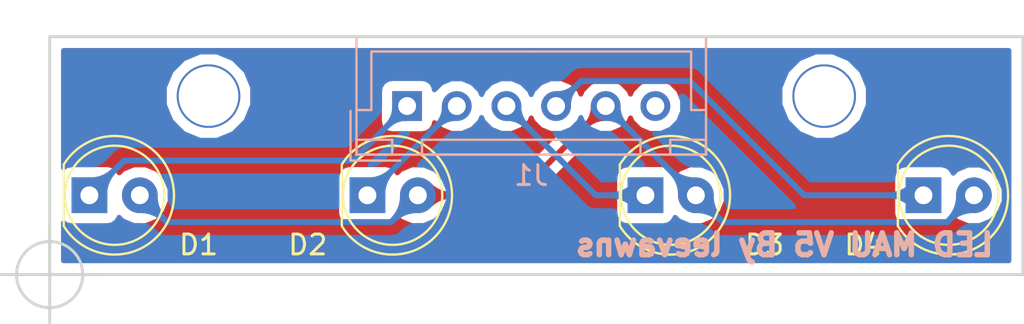
<source format=kicad_pcb>
(kicad_pcb (version 20171130) (host pcbnew "(5.0.0-rc3)")

  (general
    (thickness 1.6)
    (drawings 6)
    (tracks 22)
    (zones 0)
    (modules 5)
    (nets 7)
  )

  (page A4)
  (layers
    (0 F.Cu signal hide)
    (31 B.Cu signal)
    (32 B.Adhes user)
    (33 F.Adhes user)
    (34 B.Paste user)
    (35 F.Paste user)
    (36 B.SilkS user)
    (37 F.SilkS user)
    (38 B.Mask user)
    (39 F.Mask user)
    (40 Dwgs.User user)
    (41 Cmts.User user)
    (42 Eco1.User user)
    (43 Eco2.User user)
    (44 Edge.Cuts user)
    (45 Margin user)
    (46 B.CrtYd user)
    (47 F.CrtYd user)
    (48 B.Fab user)
    (49 F.Fab user)
  )

  (setup
    (last_trace_width 0.3)
    (trace_clearance 0.3)
    (zone_clearance 0.5)
    (zone_45_only no)
    (trace_min 0.2)
    (segment_width 0.2)
    (edge_width 0.15)
    (via_size 1)
    (via_drill 0.5)
    (via_min_size 0.4)
    (via_min_drill 0.3)
    (uvia_size 0.3)
    (uvia_drill 0.1)
    (uvias_allowed no)
    (uvia_min_size 0.2)
    (uvia_min_drill 0.1)
    (pcb_text_width 0.3)
    (pcb_text_size 1.5 1.5)
    (mod_edge_width 0.15)
    (mod_text_size 1 1)
    (mod_text_width 0.15)
    (pad_size 3.5 3.5)
    (pad_drill 3)
    (pad_to_mask_clearance 0.2)
    (aux_axis_origin 106.68 116.84)
    (grid_origin 107 117)
    (visible_elements 7FFFFFFF)
    (pcbplotparams
      (layerselection 0x010f0_80000001)
      (usegerberextensions false)
      (usegerberattributes false)
      (usegerberadvancedattributes false)
      (creategerberjobfile false)
      (excludeedgelayer true)
      (linewidth 0.100000)
      (plotframeref false)
      (viasonmask false)
      (mode 1)
      (useauxorigin false)
      (hpglpennumber 1)
      (hpglpenspeed 20)
      (hpglpendiameter 15.000000)
      (psnegative false)
      (psa4output false)
      (plotreference true)
      (plotvalue true)
      (plotinvisibletext false)
      (padsonsilk false)
      (subtractmaskfromsilk false)
      (outputformat 1)
      (mirror false)
      (drillshape 0)
      (scaleselection 1)
      (outputdirectory "OUTPUT LED MAU/"))
  )

  (net 0 "")
  (net 1 "Net-(D1-Pad1)")
  (net 2 "Net-(D1-Pad2)")
  (net 3 "Net-(D2-Pad1)")
  (net 4 "Net-(D3-Pad1)")
  (net 5 "Net-(D4-Pad1)")
  (net 6 "Net-(J1-Pad6)")

  (net_class Default "This is the default net class."
    (clearance 0.3)
    (trace_width 0.3)
    (via_dia 1)
    (via_drill 0.5)
    (uvia_dia 0.3)
    (uvia_drill 0.1)
    (add_net "Net-(D1-Pad1)")
    (add_net "Net-(D1-Pad2)")
    (add_net "Net-(D2-Pad1)")
    (add_net "Net-(D3-Pad1)")
    (add_net "Net-(D4-Pad1)")
    (add_net "Net-(J1-Pad6)")
  )

  (module LEDs:LED_D5.0mm (layer F.Cu) (tedit 5995936A) (tstamp 5A66CC12)
    (at 109 113)
    (descr "LED, diameter 5.0mm, 2 pins, http://cdn-reichelt.de/documents/datenblatt/A500/LL-504BC2E-009.pdf")
    (tags "LED diameter 5.0mm 2 pins")
    (path /5A66C96A)
    (fp_text reference D1 (at 5.5 2.5) (layer F.SilkS)
      (effects (font (size 1 1) (thickness 0.15)))
    )
    (fp_text value LED (at 1.27 3.96) (layer F.Fab)
      (effects (font (size 1 1) (thickness 0.15)))
    )
    (fp_arc (start 1.27 0) (end -1.23 -1.469694) (angle 299.1) (layer F.Fab) (width 0.1))
    (fp_arc (start 1.27 0) (end -1.29 -1.54483) (angle 148.9) (layer F.SilkS) (width 0.12))
    (fp_arc (start 1.27 0) (end -1.29 1.54483) (angle -148.9) (layer F.SilkS) (width 0.12))
    (fp_circle (center 1.27 0) (end 3.77 0) (layer F.Fab) (width 0.1))
    (fp_circle (center 1.27 0) (end 3.77 0) (layer F.SilkS) (width 0.12))
    (fp_line (start -1.23 -1.469694) (end -1.23 1.469694) (layer F.Fab) (width 0.1))
    (fp_line (start -1.29 -1.545) (end -1.29 1.545) (layer F.SilkS) (width 0.12))
    (fp_line (start -1.95 -3.25) (end -1.95 3.25) (layer F.CrtYd) (width 0.05))
    (fp_line (start -1.95 3.25) (end 4.5 3.25) (layer F.CrtYd) (width 0.05))
    (fp_line (start 4.5 3.25) (end 4.5 -3.25) (layer F.CrtYd) (width 0.05))
    (fp_line (start 4.5 -3.25) (end -1.95 -3.25) (layer F.CrtYd) (width 0.05))
    (fp_text user %R (at 1.25 0) (layer F.Fab)
      (effects (font (size 0.8 0.8) (thickness 0.2)))
    )
    (pad 1 thru_hole rect (at 0 0) (size 1.8 1.8) (drill 0.9) (layers *.Cu *.Mask)
      (net 1 "Net-(D1-Pad1)"))
    (pad 2 thru_hole circle (at 2.54 0) (size 1.8 1.8) (drill 0.9) (layers *.Cu *.Mask)
      (net 2 "Net-(D1-Pad2)"))
    (model ${KISYS3DMOD}/LEDs.3dshapes/LED_D5.0mm.wrl
      (at (xyz 0 0 0))
      (scale (xyz 0.393701 0.393701 0.393701))
      (rotate (xyz 0 0 0))
    )
  )

  (module LEDs:LED_D5.0mm (layer F.Cu) (tedit 5995936A) (tstamp 5A66CC18)
    (at 123 113)
    (descr "LED, diameter 5.0mm, 2 pins, http://cdn-reichelt.de/documents/datenblatt/A500/LL-504BC2E-009.pdf")
    (tags "LED diameter 5.0mm 2 pins")
    (path /5A66C964)
    (fp_text reference D2 (at -3 2.5) (layer F.SilkS)
      (effects (font (size 1 1) (thickness 0.15)))
    )
    (fp_text value LED (at 1.27 3.96) (layer F.Fab)
      (effects (font (size 1 1) (thickness 0.15)))
    )
    (fp_arc (start 1.27 0) (end -1.23 -1.469694) (angle 299.1) (layer F.Fab) (width 0.1))
    (fp_arc (start 1.27 0) (end -1.29 -1.54483) (angle 148.9) (layer F.SilkS) (width 0.12))
    (fp_arc (start 1.27 0) (end -1.29 1.54483) (angle -148.9) (layer F.SilkS) (width 0.12))
    (fp_circle (center 1.27 0) (end 3.77 0) (layer F.Fab) (width 0.1))
    (fp_circle (center 1.27 0) (end 3.77 0) (layer F.SilkS) (width 0.12))
    (fp_line (start -1.23 -1.469694) (end -1.23 1.469694) (layer F.Fab) (width 0.1))
    (fp_line (start -1.29 -1.545) (end -1.29 1.545) (layer F.SilkS) (width 0.12))
    (fp_line (start -1.95 -3.25) (end -1.95 3.25) (layer F.CrtYd) (width 0.05))
    (fp_line (start -1.95 3.25) (end 4.5 3.25) (layer F.CrtYd) (width 0.05))
    (fp_line (start 4.5 3.25) (end 4.5 -3.25) (layer F.CrtYd) (width 0.05))
    (fp_line (start 4.5 -3.25) (end -1.95 -3.25) (layer F.CrtYd) (width 0.05))
    (fp_text user %R (at 1.25 0) (layer F.Fab)
      (effects (font (size 0.8 0.8) (thickness 0.2)))
    )
    (pad 1 thru_hole rect (at 0 0) (size 1.8 1.8) (drill 0.9) (layers *.Cu *.Mask)
      (net 3 "Net-(D2-Pad1)"))
    (pad 2 thru_hole circle (at 2.54 0) (size 1.8 1.8) (drill 0.9) (layers *.Cu *.Mask)
      (net 2 "Net-(D1-Pad2)"))
    (model ${KISYS3DMOD}/LEDs.3dshapes/LED_D5.0mm.wrl
      (at (xyz 0 0 0))
      (scale (xyz 0.393701 0.393701 0.393701))
      (rotate (xyz 0 0 0))
    )
  )

  (module LEDs:LED_D5.0mm (layer F.Cu) (tedit 5995936A) (tstamp 5A66CC1E)
    (at 137 113)
    (descr "LED, diameter 5.0mm, 2 pins, http://cdn-reichelt.de/documents/datenblatt/A500/LL-504BC2E-009.pdf")
    (tags "LED diameter 5.0mm 2 pins")
    (path /5A66C90B)
    (fp_text reference D3 (at 6 2.5) (layer F.SilkS)
      (effects (font (size 1 1) (thickness 0.15)))
    )
    (fp_text value LED (at 1.27 3.96) (layer F.Fab)
      (effects (font (size 1 1) (thickness 0.15)))
    )
    (fp_arc (start 1.27 0) (end -1.23 -1.469694) (angle 299.1) (layer F.Fab) (width 0.1))
    (fp_arc (start 1.27 0) (end -1.29 -1.54483) (angle 148.9) (layer F.SilkS) (width 0.12))
    (fp_arc (start 1.27 0) (end -1.29 1.54483) (angle -148.9) (layer F.SilkS) (width 0.12))
    (fp_circle (center 1.27 0) (end 3.77 0) (layer F.Fab) (width 0.1))
    (fp_circle (center 1.27 0) (end 3.77 0) (layer F.SilkS) (width 0.12))
    (fp_line (start -1.23 -1.469694) (end -1.23 1.469694) (layer F.Fab) (width 0.1))
    (fp_line (start -1.29 -1.545) (end -1.29 1.545) (layer F.SilkS) (width 0.12))
    (fp_line (start -1.95 -3.25) (end -1.95 3.25) (layer F.CrtYd) (width 0.05))
    (fp_line (start -1.95 3.25) (end 4.5 3.25) (layer F.CrtYd) (width 0.05))
    (fp_line (start 4.5 3.25) (end 4.5 -3.25) (layer F.CrtYd) (width 0.05))
    (fp_line (start 4.5 -3.25) (end -1.95 -3.25) (layer F.CrtYd) (width 0.05))
    (fp_text user %R (at 1.25 0) (layer F.Fab)
      (effects (font (size 0.8 0.8) (thickness 0.2)))
    )
    (pad 1 thru_hole rect (at 0 0) (size 1.8 1.8) (drill 0.9) (layers *.Cu *.Mask)
      (net 4 "Net-(D3-Pad1)"))
    (pad 2 thru_hole circle (at 2.54 0) (size 1.8 1.8) (drill 0.9) (layers *.Cu *.Mask)
      (net 2 "Net-(D1-Pad2)"))
    (model ${KISYS3DMOD}/LEDs.3dshapes/LED_D5.0mm.wrl
      (at (xyz 0 0 0))
      (scale (xyz 0.393701 0.393701 0.393701))
      (rotate (xyz 0 0 0))
    )
  )

  (module LEDs:LED_D5.0mm (layer F.Cu) (tedit 5995936A) (tstamp 5A66CC24)
    (at 151 113)
    (descr "LED, diameter 5.0mm, 2 pins, http://cdn-reichelt.de/documents/datenblatt/A500/LL-504BC2E-009.pdf")
    (tags "LED diameter 5.0mm 2 pins")
    (path /5A66C875)
    (fp_text reference D4 (at -3 2.5) (layer F.SilkS)
      (effects (font (size 1 1) (thickness 0.15)))
    )
    (fp_text value LED (at 1.27 3.96) (layer F.Fab)
      (effects (font (size 1 1) (thickness 0.15)))
    )
    (fp_arc (start 1.27 0) (end -1.23 -1.469694) (angle 299.1) (layer F.Fab) (width 0.1))
    (fp_arc (start 1.27 0) (end -1.29 -1.54483) (angle 148.9) (layer F.SilkS) (width 0.12))
    (fp_arc (start 1.27 0) (end -1.29 1.54483) (angle -148.9) (layer F.SilkS) (width 0.12))
    (fp_circle (center 1.27 0) (end 3.77 0) (layer F.Fab) (width 0.1))
    (fp_circle (center 1.27 0) (end 3.77 0) (layer F.SilkS) (width 0.12))
    (fp_line (start -1.23 -1.469694) (end -1.23 1.469694) (layer F.Fab) (width 0.1))
    (fp_line (start -1.29 -1.545) (end -1.29 1.545) (layer F.SilkS) (width 0.12))
    (fp_line (start -1.95 -3.25) (end -1.95 3.25) (layer F.CrtYd) (width 0.05))
    (fp_line (start -1.95 3.25) (end 4.5 3.25) (layer F.CrtYd) (width 0.05))
    (fp_line (start 4.5 3.25) (end 4.5 -3.25) (layer F.CrtYd) (width 0.05))
    (fp_line (start 4.5 -3.25) (end -1.95 -3.25) (layer F.CrtYd) (width 0.05))
    (fp_text user %R (at 1.25 0) (layer F.Fab)
      (effects (font (size 0.8 0.8) (thickness 0.2)))
    )
    (pad 1 thru_hole rect (at 0 0) (size 1.8 1.8) (drill 0.9) (layers *.Cu *.Mask)
      (net 5 "Net-(D4-Pad1)"))
    (pad 2 thru_hole circle (at 2.54 0) (size 1.8 1.8) (drill 0.9) (layers *.Cu *.Mask)
      (net 2 "Net-(D1-Pad2)"))
    (model ${KISYS3DMOD}/LEDs.3dshapes/LED_D5.0mm.wrl
      (at (xyz 0 0 0))
      (scale (xyz 0.393701 0.393701 0.393701))
      (rotate (xyz 0 0 0))
    )
  )

  (module Connectors_JST:JST_XH_B06B-XH-A_06x2.50mm_Straight (layer B.Cu) (tedit 5A40DF9A) (tstamp 5A66CC2E)
    (at 125 108.5)
    (descr "JST XH series connector, B06B-XH-A, top entry type, through hole")
    (tags "connector jst xh tht top vertical 2.50mm")
    (path /5A66C7DD)
    (fp_text reference J1 (at 6.25 3.5) (layer B.SilkS)
      (effects (font (size 1 1) (thickness 0.15)) (justify mirror))
    )
    (fp_text value Conn_01x06 (at 6.25 -4.5) (layer B.Fab)
      (effects (font (size 1 1) (thickness 0.15)) (justify mirror))
    )
    (fp_line (start -2.45 2.35) (end -2.45 -3.4) (layer B.Fab) (width 0.1))
    (fp_line (start -2.45 -3.4) (end 14.95 -3.4) (layer B.Fab) (width 0.1))
    (fp_line (start 14.95 -3.4) (end 14.95 2.35) (layer B.Fab) (width 0.1))
    (fp_line (start 14.95 2.35) (end -2.45 2.35) (layer B.Fab) (width 0.1))
    (fp_line (start -2.95 2.85) (end -2.95 -3.9) (layer B.CrtYd) (width 0.05))
    (fp_line (start -2.95 -3.9) (end 15.45 -3.9) (layer B.CrtYd) (width 0.05))
    (fp_line (start 15.45 -3.9) (end 15.45 2.85) (layer B.CrtYd) (width 0.05))
    (fp_line (start 15.45 2.85) (end -2.95 2.85) (layer B.CrtYd) (width 0.05))
    (fp_line (start -2.55 2.45) (end -2.55 -3.5) (layer B.SilkS) (width 0.12))
    (fp_line (start -2.55 -3.5) (end 15.05 -3.5) (layer B.SilkS) (width 0.12))
    (fp_line (start 15.05 -3.5) (end 15.05 2.45) (layer B.SilkS) (width 0.12))
    (fp_line (start 15.05 2.45) (end -2.55 2.45) (layer B.SilkS) (width 0.12))
    (fp_line (start 0.75 2.45) (end 0.75 1.7) (layer B.SilkS) (width 0.12))
    (fp_line (start 0.75 1.7) (end 11.75 1.7) (layer B.SilkS) (width 0.12))
    (fp_line (start 11.75 1.7) (end 11.75 2.45) (layer B.SilkS) (width 0.12))
    (fp_line (start 11.75 2.45) (end 0.75 2.45) (layer B.SilkS) (width 0.12))
    (fp_line (start -2.55 2.45) (end -2.55 1.7) (layer B.SilkS) (width 0.12))
    (fp_line (start -2.55 1.7) (end -0.75 1.7) (layer B.SilkS) (width 0.12))
    (fp_line (start -0.75 1.7) (end -0.75 2.45) (layer B.SilkS) (width 0.12))
    (fp_line (start -0.75 2.45) (end -2.55 2.45) (layer B.SilkS) (width 0.12))
    (fp_line (start 13.25 2.45) (end 13.25 1.7) (layer B.SilkS) (width 0.12))
    (fp_line (start 13.25 1.7) (end 15.05 1.7) (layer B.SilkS) (width 0.12))
    (fp_line (start 15.05 1.7) (end 15.05 2.45) (layer B.SilkS) (width 0.12))
    (fp_line (start 15.05 2.45) (end 13.25 2.45) (layer B.SilkS) (width 0.12))
    (fp_line (start -2.55 0.2) (end -1.8 0.2) (layer B.SilkS) (width 0.12))
    (fp_line (start -1.8 0.2) (end -1.8 -2.75) (layer B.SilkS) (width 0.12))
    (fp_line (start -1.8 -2.75) (end 6.25 -2.75) (layer B.SilkS) (width 0.12))
    (fp_line (start 15.05 0.2) (end 14.3 0.2) (layer B.SilkS) (width 0.12))
    (fp_line (start 14.3 0.2) (end 14.3 -2.75) (layer B.SilkS) (width 0.12))
    (fp_line (start 14.3 -2.75) (end 6.25 -2.75) (layer B.SilkS) (width 0.12))
    (fp_line (start -0.35 2.75) (end -2.85 2.75) (layer B.SilkS) (width 0.12))
    (fp_line (start -2.85 2.75) (end -2.85 0.25) (layer B.SilkS) (width 0.12))
    (fp_line (start -0.35 2.75) (end -2.85 2.75) (layer B.Fab) (width 0.1))
    (fp_line (start -2.85 2.75) (end -2.85 0.25) (layer B.Fab) (width 0.1))
    (fp_text user %R (at 6.23 -2.5) (layer B.Fab)
      (effects (font (size 1 1) (thickness 0.15)) (justify mirror))
    )
    (pad 1 thru_hole rect (at 0 0) (size 1.5 1.5) (drill 0.9) (layers *.Cu *.Mask)
      (net 1 "Net-(D1-Pad1)"))
    (pad 2 thru_hole circle (at 2.5 0) (size 1.5 1.5) (drill 0.9) (layers *.Cu *.Mask)
      (net 3 "Net-(D2-Pad1)"))
    (pad 3 thru_hole circle (at 5 0) (size 1.5 1.5) (drill 0.9) (layers *.Cu *.Mask)
      (net 4 "Net-(D3-Pad1)"))
    (pad 4 thru_hole circle (at 7.5 0) (size 1.5 1.5) (drill 0.9) (layers *.Cu *.Mask)
      (net 5 "Net-(D4-Pad1)"))
    (pad 5 thru_hole circle (at 10 0) (size 1.5 1.5) (drill 0.9) (layers *.Cu *.Mask)
      (net 2 "Net-(D1-Pad2)"))
    (pad 6 thru_hole circle (at 12.5 0) (size 1.5 1.5) (drill 0.9) (layers *.Cu *.Mask)
      (net 6 "Net-(J1-Pad6)"))
    (model Connectors_JST.3dshapes/JST_XH_B06B-XH-A_06x2.50mm_Straight.wrl
      (at (xyz 0 0 0))
      (scale (xyz 1 1 1))
      (rotate (xyz 0 0 0))
    )
  )

  (target plus (at 107 117) (size 5) (width 0.15) (layer Edge.Cuts))
  (gr_text "LED MAU V5 By leevawns" (at 144 115.5) (layer B.SilkS)
    (effects (font (size 1.1 1.1) (thickness 0.275)) (justify mirror))
  )
  (gr_line (start 107 117) (end 107 105) (layer Edge.Cuts) (width 0.15))
  (gr_line (start 156 117) (end 107 117) (layer Edge.Cuts) (width 0.15))
  (gr_line (start 156 105) (end 156 117) (layer Edge.Cuts) (width 0.15))
  (gr_line (start 107 105) (end 156 105) (layer Edge.Cuts) (width 0.15))

  (via (at 115 108) (size 3.2) (drill 3) (layers F.Cu B.Cu) (net 0))
  (via (at 146 108) (size 3.2) (drill 3) (layers F.Cu B.Cu) (net 0))
  (segment (start 125 108.5) (end 122.25 111.25) (width 0.3) (layer B.Cu) (net 1))
  (segment (start 110.75 111.25) (end 109 113) (width 0.3) (layer B.Cu) (net 1))
  (segment (start 122.25 111.25) (end 110.75 111.25) (width 0.3) (layer B.Cu) (net 1))
  (segment (start 135 108.5) (end 130.5 113) (width 0.3) (layer F.Cu) (net 2))
  (segment (start 130.5 113) (end 125.54 113) (width 0.3) (layer F.Cu) (net 2))
  (segment (start 139.54 113) (end 140.8904 114.3504) (width 0.3) (layer B.Cu) (net 2))
  (segment (start 140.8904 114.3504) (end 152.1896 114.3504) (width 0.3) (layer B.Cu) (net 2))
  (segment (start 152.1896 114.3504) (end 153.54 113) (width 0.3) (layer B.Cu) (net 2))
  (segment (start 125.54 113) (end 124.1896 114.3504) (width 0.3) (layer B.Cu) (net 2))
  (segment (start 124.1896 114.3504) (end 112.8904 114.3504) (width 0.3) (layer B.Cu) (net 2))
  (segment (start 112.8904 114.3504) (end 111.54 113) (width 0.3) (layer B.Cu) (net 2))
  (segment (start 135 108.5) (end 139.5 113) (width 0.3) (layer B.Cu) (net 2))
  (segment (start 139.5 113) (end 139.54 113) (width 0.3) (layer B.Cu) (net 2))
  (segment (start 127.5 108.5) (end 123 113) (width 0.3) (layer B.Cu) (net 3))
  (segment (start 130 108.5) (end 134.5 113) (width 0.3) (layer B.Cu) (net 4))
  (segment (start 134.5 113) (end 137 113) (width 0.3) (layer B.Cu) (net 4))
  (segment (start 145 113) (end 151 113) (width 0.3) (layer B.Cu) (net 5))
  (segment (start 139.2397 107.2397) (end 145 113) (width 0.3) (layer B.Cu) (net 5))
  (segment (start 132.5 108.5) (end 133.7603 107.2397) (width 0.3) (layer B.Cu) (net 5))
  (segment (start 133.7603 107.2397) (end 139.2397 107.2397) (width 0.3) (layer B.Cu) (net 5))

  (zone (net 0) (net_name "") (layer F.Cu) (tstamp 5B9B032D) (hatch edge 0.508)
    (connect_pads (clearance 0.508))
    (min_thickness 0.254)
    (fill yes (arc_segments 16) (thermal_gap 0.508) (thermal_bridge_width 0.508))
    (polygon
      (pts
        (xy 107 105) (xy 156 105) (xy 156 117) (xy 107 117)
      )
    )
    (filled_polygon
      (pts
        (xy 155.290001 116.29) (xy 107.71 116.29) (xy 107.71 114.403118) (xy 107.852235 114.498157) (xy 108.1 114.54744)
        (xy 109.9 114.54744) (xy 110.147765 114.498157) (xy 110.357809 114.357809) (xy 110.498157 114.147765) (xy 110.501275 114.132092)
        (xy 110.670493 114.30131) (xy 111.23467 114.535) (xy 111.84533 114.535) (xy 112.409507 114.30131) (xy 112.84131 113.869507)
        (xy 113.075 113.30533) (xy 113.075 112.69467) (xy 112.84131 112.130493) (xy 112.810817 112.1) (xy 121.45256 112.1)
        (xy 121.45256 113.9) (xy 121.501843 114.147765) (xy 121.642191 114.357809) (xy 121.852235 114.498157) (xy 122.1 114.54744)
        (xy 123.9 114.54744) (xy 124.147765 114.498157) (xy 124.357809 114.357809) (xy 124.498157 114.147765) (xy 124.501275 114.132092)
        (xy 124.670493 114.30131) (xy 125.23467 114.535) (xy 125.84533 114.535) (xy 126.409507 114.30131) (xy 126.626737 114.08408)
        (xy 126.697611 114.017007) (xy 126.759307 113.967115) (xy 126.821735 113.924488) (xy 126.885555 113.888279) (xy 126.951606 113.857827)
        (xy 127.020926 113.832675) (xy 127.094579 113.812653) (xy 127.173601 113.797853) (xy 127.258855 113.7886) (xy 127.361758 113.785)
        (xy 130.422688 113.785) (xy 130.5 113.800378) (xy 130.577312 113.785) (xy 130.577316 113.785) (xy 130.806292 113.739454)
        (xy 131.065953 113.565953) (xy 131.109749 113.500408) (xy 132.510157 112.1) (xy 135.45256 112.1) (xy 135.45256 113.9)
        (xy 135.501843 114.147765) (xy 135.642191 114.357809) (xy 135.852235 114.498157) (xy 136.1 114.54744) (xy 137.9 114.54744)
        (xy 138.147765 114.498157) (xy 138.357809 114.357809) (xy 138.498157 114.147765) (xy 138.501275 114.132092) (xy 138.670493 114.30131)
        (xy 139.23467 114.535) (xy 139.84533 114.535) (xy 140.409507 114.30131) (xy 140.84131 113.869507) (xy 141.075 113.30533)
        (xy 141.075 112.69467) (xy 140.84131 112.130493) (xy 140.810817 112.1) (xy 149.45256 112.1) (xy 149.45256 113.9)
        (xy 149.501843 114.147765) (xy 149.642191 114.357809) (xy 149.852235 114.498157) (xy 150.1 114.54744) (xy 151.9 114.54744)
        (xy 152.147765 114.498157) (xy 152.357809 114.357809) (xy 152.498157 114.147765) (xy 152.501275 114.132092) (xy 152.670493 114.30131)
        (xy 153.23467 114.535) (xy 153.84533 114.535) (xy 154.409507 114.30131) (xy 154.84131 113.869507) (xy 155.075 113.30533)
        (xy 155.075 112.69467) (xy 154.84131 112.130493) (xy 154.409507 111.69869) (xy 153.84533 111.465) (xy 153.23467 111.465)
        (xy 152.670493 111.69869) (xy 152.501275 111.867908) (xy 152.498157 111.852235) (xy 152.357809 111.642191) (xy 152.147765 111.501843)
        (xy 151.9 111.45256) (xy 150.1 111.45256) (xy 149.852235 111.501843) (xy 149.642191 111.642191) (xy 149.501843 111.852235)
        (xy 149.45256 112.1) (xy 140.810817 112.1) (xy 140.409507 111.69869) (xy 139.84533 111.465) (xy 139.23467 111.465)
        (xy 138.670493 111.69869) (xy 138.501275 111.867908) (xy 138.498157 111.852235) (xy 138.357809 111.642191) (xy 138.147765 111.501843)
        (xy 137.9 111.45256) (xy 136.1 111.45256) (xy 135.852235 111.501843) (xy 135.642191 111.642191) (xy 135.501843 111.852235)
        (xy 135.45256 112.1) (xy 132.510157 112.1) (xy 134.522988 110.087169) (xy 134.576399 110.037366) (xy 134.620555 110.00185)
        (xy 134.663444 109.972484) (xy 134.70542 109.948443) (xy 134.747171 109.928915) (xy 134.789573 109.913264) (xy 134.833626 109.901096)
        (xy 134.880485 109.892258) (xy 134.931117 109.886897) (xy 134.999892 109.885) (xy 135.275494 109.885) (xy 135.78454 109.674147)
        (xy 136.174147 109.28454) (xy 136.25 109.101414) (xy 136.325853 109.28454) (xy 136.71546 109.674147) (xy 137.224506 109.885)
        (xy 137.775494 109.885) (xy 138.28454 109.674147) (xy 138.674147 109.28454) (xy 138.885 108.775494) (xy 138.885 108.224506)
        (xy 138.674147 107.71546) (xy 138.514118 107.555431) (xy 143.765 107.555431) (xy 143.765 108.444569) (xy 144.105259 109.266026)
        (xy 144.733974 109.894741) (xy 145.555431 110.235) (xy 146.444569 110.235) (xy 147.266026 109.894741) (xy 147.894741 109.266026)
        (xy 148.235 108.444569) (xy 148.235 107.555431) (xy 147.894741 106.733974) (xy 147.266026 106.105259) (xy 146.444569 105.765)
        (xy 145.555431 105.765) (xy 144.733974 106.105259) (xy 144.105259 106.733974) (xy 143.765 107.555431) (xy 138.514118 107.555431)
        (xy 138.28454 107.325853) (xy 137.775494 107.115) (xy 137.224506 107.115) (xy 136.71546 107.325853) (xy 136.325853 107.71546)
        (xy 136.25 107.898586) (xy 136.174147 107.71546) (xy 135.78454 107.325853) (xy 135.275494 107.115) (xy 134.724506 107.115)
        (xy 134.21546 107.325853) (xy 133.825853 107.71546) (xy 133.75 107.898586) (xy 133.674147 107.71546) (xy 133.28454 107.325853)
        (xy 132.775494 107.115) (xy 132.224506 107.115) (xy 131.71546 107.325853) (xy 131.325853 107.71546) (xy 131.25 107.898586)
        (xy 131.174147 107.71546) (xy 130.78454 107.325853) (xy 130.275494 107.115) (xy 129.724506 107.115) (xy 129.21546 107.325853)
        (xy 128.825853 107.71546) (xy 128.75 107.898586) (xy 128.674147 107.71546) (xy 128.28454 107.325853) (xy 127.775494 107.115)
        (xy 127.224506 107.115) (xy 126.71546 107.325853) (xy 126.379833 107.66148) (xy 126.348157 107.502235) (xy 126.207809 107.292191)
        (xy 125.997765 107.151843) (xy 125.75 107.10256) (xy 124.25 107.10256) (xy 124.002235 107.151843) (xy 123.792191 107.292191)
        (xy 123.651843 107.502235) (xy 123.60256 107.75) (xy 123.60256 109.25) (xy 123.651843 109.497765) (xy 123.792191 109.707809)
        (xy 124.002235 109.848157) (xy 124.25 109.89744) (xy 125.75 109.89744) (xy 125.997765 109.848157) (xy 126.207809 109.707809)
        (xy 126.348157 109.497765) (xy 126.379833 109.33852) (xy 126.71546 109.674147) (xy 127.224506 109.885) (xy 127.775494 109.885)
        (xy 128.28454 109.674147) (xy 128.674147 109.28454) (xy 128.75 109.101414) (xy 128.825853 109.28454) (xy 129.21546 109.674147)
        (xy 129.724506 109.885) (xy 130.275494 109.885) (xy 130.78454 109.674147) (xy 131.174147 109.28454) (xy 131.25 109.101414)
        (xy 131.325853 109.28454) (xy 131.71546 109.674147) (xy 132.224506 109.885) (xy 132.504842 109.885) (xy 130.174843 112.215)
        (xy 127.361758 112.215) (xy 127.258855 112.2114) (xy 127.173601 112.202147) (xy 127.094579 112.187347) (xy 127.020926 112.167325)
        (xy 126.951606 112.142173) (xy 126.885555 112.111721) (xy 126.821735 112.075512) (xy 126.759307 112.032885) (xy 126.697611 111.982993)
        (xy 126.626737 111.91592) (xy 126.409507 111.69869) (xy 125.84533 111.465) (xy 125.23467 111.465) (xy 124.670493 111.69869)
        (xy 124.501275 111.867908) (xy 124.498157 111.852235) (xy 124.357809 111.642191) (xy 124.147765 111.501843) (xy 123.9 111.45256)
        (xy 122.1 111.45256) (xy 121.852235 111.501843) (xy 121.642191 111.642191) (xy 121.501843 111.852235) (xy 121.45256 112.1)
        (xy 112.810817 112.1) (xy 112.409507 111.69869) (xy 111.84533 111.465) (xy 111.23467 111.465) (xy 110.670493 111.69869)
        (xy 110.501275 111.867908) (xy 110.498157 111.852235) (xy 110.357809 111.642191) (xy 110.147765 111.501843) (xy 109.9 111.45256)
        (xy 108.1 111.45256) (xy 107.852235 111.501843) (xy 107.71 111.596882) (xy 107.71 107.555431) (xy 112.765 107.555431)
        (xy 112.765 108.444569) (xy 113.105259 109.266026) (xy 113.733974 109.894741) (xy 114.555431 110.235) (xy 115.444569 110.235)
        (xy 116.266026 109.894741) (xy 116.894741 109.266026) (xy 117.235 108.444569) (xy 117.235 107.555431) (xy 116.894741 106.733974)
        (xy 116.266026 106.105259) (xy 115.444569 105.765) (xy 114.555431 105.765) (xy 113.733974 106.105259) (xy 113.105259 106.733974)
        (xy 112.765 107.555431) (xy 107.71 107.555431) (xy 107.71 105.71) (xy 155.29 105.71)
      )
    )
  )
  (zone (net 0) (net_name "") (layer B.Cu) (tstamp 5B9B032A) (hatch edge 0.508)
    (connect_pads (clearance 0.5))
    (min_thickness 0.25)
    (fill yes (arc_segments 16) (thermal_gap 2) (thermal_bridge_width 0.508))
    (polygon
      (pts
        (xy 107 105) (xy 156 105) (xy 156 117) (xy 107 117)
      )
    )
    (filled_polygon
      (pts
        (xy 155.300001 116.3) (xy 107.7 116.3) (xy 107.7 114.38441) (xy 107.856137 114.488737) (xy 108.1 114.537244)
        (xy 109.9 114.537244) (xy 110.143863 114.488737) (xy 110.3506 114.3506) (xy 110.488737 114.143863) (xy 110.495116 114.111792)
        (xy 110.676157 114.292833) (xy 111.236659 114.525) (xy 111.542059 114.525) (xy 111.640086 114.527701) (xy 111.719777 114.536131)
        (xy 111.794875 114.550286) (xy 111.866403 114.57003) (xy 111.935438 114.595496) (xy 112.002993 114.62708) (xy 112.069941 114.665409)
        (xy 112.136931 114.711264) (xy 112.204341 114.765474) (xy 112.280033 114.836049) (xy 112.288419 114.844434) (xy 112.331656 114.909144)
        (xy 112.484675 115.011388) (xy 112.58801 115.080434) (xy 112.8904 115.140583) (xy 112.96673 115.1254) (xy 124.11327 115.1254)
        (xy 124.1896 115.140583) (xy 124.26593 115.1254) (xy 124.49199 115.080434) (xy 124.748344 114.909144) (xy 124.791583 114.844432)
        (xy 124.799959 114.836056) (xy 124.875658 114.765473) (xy 124.943068 114.711264) (xy 125.010058 114.665409) (xy 125.077006 114.62708)
        (xy 125.144561 114.595496) (xy 125.213596 114.57003) (xy 125.285124 114.550286) (xy 125.360222 114.536131) (xy 125.439913 114.527701)
        (xy 125.537941 114.525) (xy 125.843341 114.525) (xy 126.403843 114.292833) (xy 126.832833 113.863843) (xy 127.065 113.303341)
        (xy 127.065 112.696659) (xy 126.832833 112.136157) (xy 126.403843 111.707167) (xy 125.843341 111.475) (xy 125.621015 111.475)
        (xy 127.016021 110.079995) (xy 127.06986 110.029792) (xy 127.114587 109.993817) (xy 127.15812 109.96401) (xy 127.200813 109.939558)
        (xy 127.243319 109.919677) (xy 127.286502 109.903738) (xy 127.331365 109.891346) (xy 127.379022 109.882357) (xy 127.430467 109.87691)
        (xy 127.499724 109.875) (xy 127.773505 109.875) (xy 128.278875 109.665669) (xy 128.665669 109.278875) (xy 128.75 109.075282)
        (xy 128.834331 109.278875) (xy 129.221125 109.665669) (xy 129.726495 109.875) (xy 130.000276 109.875) (xy 130.069532 109.87691)
        (xy 130.120977 109.882357) (xy 130.168634 109.891346) (xy 130.213497 109.903738) (xy 130.25668 109.919677) (xy 130.299186 109.939558)
        (xy 130.341879 109.96401) (xy 130.385412 109.993817) (xy 130.430147 110.029798) (xy 130.483975 110.079991) (xy 133.898018 113.494034)
        (xy 133.941256 113.558744) (xy 134.19761 113.730034) (xy 134.42367 113.775) (xy 134.499999 113.790183) (xy 134.576328 113.775)
        (xy 135.178419 113.775) (xy 135.281864 113.778619) (xy 135.367854 113.787951) (xy 135.447658 113.802898) (xy 135.462756 113.807002)
        (xy 135.462756 113.9) (xy 135.511263 114.143863) (xy 135.6494 114.3506) (xy 135.856137 114.488737) (xy 136.1 114.537244)
        (xy 137.9 114.537244) (xy 138.143863 114.488737) (xy 138.3506 114.3506) (xy 138.488737 114.143863) (xy 138.495116 114.111792)
        (xy 138.676157 114.292833) (xy 139.236659 114.525) (xy 139.542059 114.525) (xy 139.640086 114.527701) (xy 139.719777 114.536131)
        (xy 139.794875 114.550286) (xy 139.866403 114.57003) (xy 139.935438 114.595496) (xy 140.002993 114.62708) (xy 140.069941 114.665409)
        (xy 140.136931 114.711264) (xy 140.204341 114.765474) (xy 140.280033 114.836049) (xy 140.288419 114.844434) (xy 140.331656 114.909144)
        (xy 140.484675 115.011388) (xy 140.58801 115.080434) (xy 140.8904 115.140583) (xy 140.96673 115.1254) (xy 152.11327 115.1254)
        (xy 152.1896 115.140583) (xy 152.26593 115.1254) (xy 152.49199 115.080434) (xy 152.748344 114.909144) (xy 152.791583 114.844432)
        (xy 152.799959 114.836056) (xy 152.875658 114.765473) (xy 152.943068 114.711264) (xy 153.010058 114.665409) (xy 153.077006 114.62708)
        (xy 153.144561 114.595496) (xy 153.213596 114.57003) (xy 153.285124 114.550286) (xy 153.360222 114.536131) (xy 153.439913 114.527701)
        (xy 153.537941 114.525) (xy 153.843341 114.525) (xy 154.403843 114.292833) (xy 154.832833 113.863843) (xy 155.065 113.303341)
        (xy 155.065 112.696659) (xy 154.832833 112.136157) (xy 154.403843 111.707167) (xy 153.843341 111.475) (xy 153.236659 111.475)
        (xy 152.676157 111.707167) (xy 152.495116 111.888208) (xy 152.488737 111.856137) (xy 152.3506 111.6494) (xy 152.143863 111.511263)
        (xy 151.9 111.462756) (xy 150.1 111.462756) (xy 149.856137 111.511263) (xy 149.6494 111.6494) (xy 149.511263 111.856137)
        (xy 149.462756 112.1) (xy 149.462756 112.192998) (xy 149.447658 112.197102) (xy 149.367854 112.212049) (xy 149.281864 112.221381)
        (xy 149.178419 112.225) (xy 145.321015 112.225) (xy 140.653435 107.55742) (xy 143.775 107.55742) (xy 143.775 108.44258)
        (xy 144.113736 109.260361) (xy 144.739639 109.886264) (xy 145.55742 110.225) (xy 146.44258 110.225) (xy 147.260361 109.886264)
        (xy 147.886264 109.260361) (xy 148.225 108.44258) (xy 148.225 107.55742) (xy 147.886264 106.739639) (xy 147.260361 106.113736)
        (xy 146.44258 105.775) (xy 145.55742 105.775) (xy 144.739639 106.113736) (xy 144.113736 106.739639) (xy 143.775 107.55742)
        (xy 140.653435 107.55742) (xy 139.841683 106.745668) (xy 139.798444 106.680956) (xy 139.54209 106.509666) (xy 139.31603 106.4647)
        (xy 139.2397 106.449517) (xy 139.16337 106.4647) (xy 133.836628 106.4647) (xy 133.760299 106.449517) (xy 133.68397 106.4647)
        (xy 133.45791 106.509666) (xy 133.201556 106.680956) (xy 133.158317 106.745668) (xy 132.983983 106.920002) (xy 132.930147 106.970201)
        (xy 132.885412 107.006182) (xy 132.841879 107.035989) (xy 132.799177 107.060446) (xy 132.756685 107.080322) (xy 132.713503 107.096259)
        (xy 132.668634 107.108653) (xy 132.620977 107.117642) (xy 132.569531 107.123089) (xy 132.500266 107.125) (xy 132.226495 107.125)
        (xy 131.721125 107.334331) (xy 131.334331 107.721125) (xy 131.25 107.924718) (xy 131.165669 107.721125) (xy 130.778875 107.334331)
        (xy 130.273505 107.125) (xy 129.726495 107.125) (xy 129.221125 107.334331) (xy 128.834331 107.721125) (xy 128.75 107.924718)
        (xy 128.665669 107.721125) (xy 128.278875 107.334331) (xy 127.773505 107.125) (xy 127.226495 107.125) (xy 126.721125 107.334331)
        (xy 126.373675 107.681781) (xy 126.338737 107.506137) (xy 126.2006 107.2994) (xy 125.993863 107.161263) (xy 125.75 107.112756)
        (xy 124.25 107.112756) (xy 124.006137 107.161263) (xy 123.7994 107.2994) (xy 123.661263 107.506137) (xy 123.612756 107.75)
        (xy 123.612756 108.646881) (xy 123.608653 108.668634) (xy 123.596259 108.713503) (xy 123.580322 108.756685) (xy 123.560446 108.799177)
        (xy 123.535989 108.841879) (xy 123.506182 108.885412) (xy 123.470201 108.930147) (xy 123.42001 108.983974) (xy 121.928985 110.475)
        (xy 110.82633 110.475) (xy 110.75 110.459817) (xy 110.67367 110.475) (xy 110.44761 110.519966) (xy 110.191256 110.691256)
        (xy 110.148019 110.755965) (xy 109.740052 111.163933) (xy 109.664334 111.234532) (xy 109.596931 111.288735) (xy 109.529941 111.33459)
        (xy 109.46299 111.372921) (xy 109.395434 111.404505) (xy 109.326411 111.429967) (xy 109.254875 111.449713) (xy 109.185677 111.462756)
        (xy 108.1 111.462756) (xy 107.856137 111.511263) (xy 107.7 111.61559) (xy 107.7 107.55742) (xy 112.775 107.55742)
        (xy 112.775 108.44258) (xy 113.113736 109.260361) (xy 113.739639 109.886264) (xy 114.55742 110.225) (xy 115.44258 110.225)
        (xy 116.260361 109.886264) (xy 116.886264 109.260361) (xy 117.225 108.44258) (xy 117.225 107.55742) (xy 116.886264 106.739639)
        (xy 116.260361 106.113736) (xy 115.44258 105.775) (xy 114.55742 105.775) (xy 113.739639 106.113736) (xy 113.113736 106.739639)
        (xy 112.775 107.55742) (xy 107.7 107.55742) (xy 107.7 105.7) (xy 155.3 105.7)
      )
    )
    (filled_polygon
      (pts
        (xy 144.398017 113.494032) (xy 144.441256 113.558744) (xy 144.466184 113.5754) (xy 141.236526 113.5754) (xy 141.205409 113.529941)
        (xy 141.16708 113.462993) (xy 141.135496 113.395438) (xy 141.11003 113.326403) (xy 141.090286 113.254875) (xy 141.076131 113.179777)
        (xy 141.067701 113.100086) (xy 141.065 113.002059) (xy 141.065 112.696659) (xy 140.832833 112.136157) (xy 140.403843 111.707167)
        (xy 139.843341 111.475) (xy 139.537901 111.475) (xy 139.439191 111.472288) (xy 139.357433 111.463719) (xy 139.278888 111.449146)
        (xy 139.202588 111.428558) (xy 139.127629 111.401724) (xy 139.053175 111.368199) (xy 138.978539 111.327379) (xy 138.903295 111.278595)
        (xy 138.827166 111.221131) (xy 138.751942 111.155927) (xy 137.471015 109.875) (xy 137.773505 109.875) (xy 138.278875 109.665669)
        (xy 138.665669 109.278875) (xy 138.875 108.773505) (xy 138.875 108.226495) (xy 138.787272 108.0147) (xy 138.918685 108.0147)
      )
    )
    (filled_polygon
      (pts
        (xy 121.462756 112.1) (xy 121.462756 113.5754) (xy 113.236526 113.5754) (xy 113.205409 113.529941) (xy 113.16708 113.462993)
        (xy 113.135496 113.395438) (xy 113.11003 113.326403) (xy 113.090286 113.254875) (xy 113.076131 113.179777) (xy 113.067701 113.100086)
        (xy 113.065 113.002059) (xy 113.065 112.696659) (xy 112.832833 112.136157) (xy 112.721676 112.025) (xy 121.477674 112.025)
      )
    )
    (filled_polygon
      (pts
        (xy 133.834331 109.278875) (xy 134.221125 109.665669) (xy 134.726495 109.875) (xy 135.000276 109.875) (xy 135.069532 109.87691)
        (xy 135.120977 109.882357) (xy 135.168634 109.891346) (xy 135.213497 109.903738) (xy 135.25668 109.919677) (xy 135.299186 109.939558)
        (xy 135.341879 109.96401) (xy 135.385412 109.993817) (xy 135.430147 110.029798) (xy 135.483975 110.079991) (xy 136.86674 111.462756)
        (xy 136.1 111.462756) (xy 135.856137 111.511263) (xy 135.6494 111.6494) (xy 135.511263 111.856137) (xy 135.462756 112.1)
        (xy 135.462756 112.192998) (xy 135.447658 112.197102) (xy 135.367854 112.212049) (xy 135.281864 112.221381) (xy 135.178419 112.225)
        (xy 134.821016 112.225) (xy 132.471015 109.875) (xy 132.773505 109.875) (xy 133.278875 109.665669) (xy 133.665669 109.278875)
        (xy 133.75 109.075282)
      )
    )
    (filled_polygon
      (pts
        (xy 123.740058 111.163927) (xy 123.664334 111.234532) (xy 123.596931 111.288735) (xy 123.529941 111.33459) (xy 123.46299 111.372921)
        (xy 123.395434 111.404505) (xy 123.326411 111.429967) (xy 123.254875 111.449713) (xy 123.185677 111.462756) (xy 123.133259 111.462756)
        (xy 124.516019 110.079997) (xy 124.56986 110.029792) (xy 124.614587 109.993817) (xy 124.65812 109.96401) (xy 124.700813 109.939558)
        (xy 124.743319 109.919677) (xy 124.786502 109.903738) (xy 124.831365 109.891346) (xy 124.853113 109.887244) (xy 125.01674 109.887244)
      )
    )
  )
  (zone (net 1) (net_name "Net-(D1-Pad1)") (layer B.Cu) (tstamp 5B9B0327) (hatch edge 0.508)
    (priority 16962)
    (connect_pads yes (clearance 0.3))
    (min_thickness 0.0254)
    (fill yes (arc_segments 16) (thermal_gap 0.508) (thermal_bridge_width 0.508))
    (polygon
      (pts
        (xy 110.174256 111.613612) (xy 110.073835 111.707244) (xy 109.969836 111.790878) (xy 109.862257 111.864516) (xy 109.7511 111.928155)
        (xy 109.636364 111.981798) (xy 109.518049 112.025442) (xy 109.396155 112.059089) (xy 109.270682 112.082739) (xy 109.14163 112.096391)
        (xy 109.009 112.100046) (xy 108.681802 113.318198) (xy 109.899954 112.991) (xy 109.903608 112.858369) (xy 109.91726 112.729317)
        (xy 109.94091 112.603844) (xy 109.974557 112.48195) (xy 110.018202 112.363635) (xy 110.071844 112.248899) (xy 110.135483 112.137742)
        (xy 110.209121 112.030163) (xy 110.292755 111.926164) (xy 110.386388 111.825744)
      )
    )
    (filled_polygon
      (pts
        (xy 110.368736 111.826052) (xy 110.283466 111.917503) (xy 110.282858 111.918205) (xy 110.199224 112.022204) (xy 110.198641 112.022989)
        (xy 110.125003 112.130568) (xy 110.124461 112.131432) (xy 110.060822 112.242589) (xy 110.060339 112.24352) (xy 110.006697 112.358256)
        (xy 110.006287 112.35924) (xy 109.962642 112.477555) (xy 109.962315 112.478571) (xy 109.928668 112.600465) (xy 109.92843 112.601492)
        (xy 109.90478 112.726965) (xy 109.90463 112.727981) (xy 109.890978 112.857033) (xy 109.890913 112.858019) (xy 109.88752 112.98119)
        (xy 108.699781 113.300219) (xy 109.01881 112.11248) (xy 109.14198 112.109086) (xy 109.142966 112.109021) (xy 109.272018 112.095369)
        (xy 109.273034 112.095219) (xy 109.398507 112.071569) (xy 109.399534 112.071331) (xy 109.521428 112.037684) (xy 109.522444 112.037357)
        (xy 109.640759 111.993713) (xy 109.641743 111.993303) (xy 109.756479 111.93966) (xy 109.75741 111.939177) (xy 109.868567 111.875538)
        (xy 109.869431 111.874996) (xy 109.97701 111.801358) (xy 109.977795 111.800775) (xy 110.081794 111.717141) (xy 110.082496 111.716533)
        (xy 110.173948 111.631264)
      )
    )
  )
  (zone (net 1) (net_name "Net-(D1-Pad1)") (layer B.Cu) (tstamp 5B9B0324) (hatch edge 0.508)
    (priority 16962)
    (connect_pads yes (clearance 0.3))
    (min_thickness 0.0254)
    (fill yes (arc_segments 16) (thermal_gap 0.508) (thermal_bridge_width 0.508))
    (polygon
      (pts
        (xy 124.081808 109.630324) (xy 124.160325 109.55711) (xy 124.241631 109.491713) (xy 124.325727 109.434133) (xy 124.412612 109.384371)
        (xy 124.502287 109.342427) (xy 124.594751 109.308299) (xy 124.690004 109.281989) (xy 124.788047 109.263496) (xy 124.888878 109.25282)
        (xy 124.9925 109.249962) (xy 125.265165 108.234835) (xy 124.250038 108.5075) (xy 124.247179 108.611121) (xy 124.236503 108.711952)
        (xy 124.21801 108.809995) (xy 124.1917 108.905248) (xy 124.157573 108.997712) (xy 124.115628 109.087387) (xy 124.065866 109.174272)
        (xy 124.008286 109.258368) (xy 123.942889 109.339674) (xy 123.869676 109.418192)
      )
    )
    (filled_polygon
      (pts
        (xy 124.98269 109.237528) (xy 124.888528 109.240125) (xy 124.887541 109.240191) (xy 124.78671 109.250867) (xy 124.785693 109.251016)
        (xy 124.68765 109.269509) (xy 124.686623 109.269747) (xy 124.59137 109.296057) (xy 124.590353 109.296385) (xy 124.497889 109.330513)
        (xy 124.496906 109.330923) (xy 124.407231 109.372867) (xy 124.4063 109.373351) (xy 124.319415 109.423113) (xy 124.318552 109.423654)
        (xy 124.234456 109.481234) (xy 124.233671 109.481817) (xy 124.152365 109.547214) (xy 124.151664 109.547822) (xy 124.082116 109.612672)
        (xy 123.887328 109.417884) (xy 123.952178 109.348335) (xy 123.952785 109.347634) (xy 124.018182 109.266328) (xy 124.018765 109.265543)
        (xy 124.076345 109.181447) (xy 124.076886 109.180584) (xy 124.126648 109.093699) (xy 124.127132 109.092768) (xy 124.169077 109.003093)
        (xy 124.169487 109.002109) (xy 124.203614 108.909645) (xy 124.203942 108.908629) (xy 124.230252 108.813376) (xy 124.23049 108.812349)
        (xy 124.248983 108.714306) (xy 124.249132 108.713289) (xy 124.259808 108.612458) (xy 124.259874 108.611471) (xy 124.262472 108.51731)
        (xy 125.247186 108.252814)
      )
    )
  )
  (zone (net 2) (net_name "Net-(D1-Pad2)") (layer F.Cu) (tstamp 5B9B0321) (hatch edge 0.508)
    (priority 16962)
    (connect_pads yes (clearance 0.3))
    (min_thickness 0.0254)
    (fill yes (arc_segments 16) (thermal_gap 0.508) (thermal_bridge_width 0.508))
    (polygon
      (pts
        (xy 134.081808 109.630324) (xy 134.160325 109.55711) (xy 134.241631 109.491713) (xy 134.325727 109.434133) (xy 134.412612 109.384371)
        (xy 134.502287 109.342427) (xy 134.594751 109.308299) (xy 134.690004 109.281989) (xy 134.788047 109.263496) (xy 134.888878 109.25282)
        (xy 134.9925 109.249962) (xy 135.265165 108.234835) (xy 134.250038 108.5075) (xy 134.247179 108.611121) (xy 134.236503 108.711952)
        (xy 134.21801 108.809995) (xy 134.1917 108.905248) (xy 134.157573 108.997712) (xy 134.115628 109.087387) (xy 134.065866 109.174272)
        (xy 134.008286 109.258368) (xy 133.942889 109.339674) (xy 133.869676 109.418192)
      )
    )
    (filled_polygon
      (pts
        (xy 134.98269 109.237528) (xy 134.888528 109.240125) (xy 134.887541 109.240191) (xy 134.78671 109.250867) (xy 134.785693 109.251016)
        (xy 134.68765 109.269509) (xy 134.686623 109.269747) (xy 134.59137 109.296057) (xy 134.590353 109.296385) (xy 134.497889 109.330513)
        (xy 134.496906 109.330923) (xy 134.407231 109.372867) (xy 134.4063 109.373351) (xy 134.319415 109.423113) (xy 134.318552 109.423654)
        (xy 134.234456 109.481234) (xy 134.233671 109.481817) (xy 134.152365 109.547214) (xy 134.151664 109.547822) (xy 134.082116 109.612672)
        (xy 133.887328 109.417884) (xy 133.952178 109.348335) (xy 133.952785 109.347634) (xy 134.018182 109.266328) (xy 134.018765 109.265543)
        (xy 134.076345 109.181447) (xy 134.076886 109.180584) (xy 134.126648 109.093699) (xy 134.127132 109.092768) (xy 134.169077 109.003093)
        (xy 134.169487 109.002109) (xy 134.203614 108.909645) (xy 134.203942 108.908629) (xy 134.230252 108.813376) (xy 134.23049 108.812349)
        (xy 134.248983 108.714306) (xy 134.249132 108.713289) (xy 134.259808 108.612458) (xy 134.259874 108.611471) (xy 134.262472 108.51731)
        (xy 135.247186 108.252814)
      )
    )
  )
  (zone (net 2) (net_name "Net-(D1-Pad2)") (layer F.Cu) (tstamp 5B9B031E) (hatch edge 0.508)
    (priority 16962)
    (connect_pads yes (clearance 0.3))
    (min_thickness 0.0254)
    (fill yes (arc_segments 16) (thermal_gap 0.508) (thermal_bridge_width 0.508))
    (polygon
      (pts
        (xy 127.35065 112.85) (xy 127.213433 112.8452) (xy 127.080756 112.8308) (xy 126.952617 112.8068) (xy 126.829017 112.7732)
        (xy 126.709955 112.73) (xy 126.595432 112.6772) (xy 126.485448 112.6148) (xy 126.380002 112.5428) (xy 126.279096 112.4612)
        (xy 126.182728 112.37) (xy 125.09 113) (xy 126.182728 113.63) (xy 126.279096 113.5388) (xy 126.380002 113.4572)
        (xy 126.485448 113.3852) (xy 126.595432 113.3228) (xy 126.709955 113.27) (xy 126.829017 113.2268) (xy 126.952617 113.1932)
        (xy 127.080756 113.1692) (xy 127.213433 113.1548) (xy 127.35065 113.15)
      )
    )
    (filled_polygon
      (pts
        (xy 126.270366 112.470424) (xy 126.27111 112.471075) (xy 126.372016 112.552675) (xy 126.37284 112.553288) (xy 126.478286 112.625288)
        (xy 126.479181 112.625846) (xy 126.589165 112.688246) (xy 126.590115 112.688733) (xy 126.704638 112.741533) (xy 126.705623 112.741938)
        (xy 126.824685 112.785138) (xy 126.825685 112.785455) (xy 126.949285 112.819055) (xy 126.950279 112.819283) (xy 127.078418 112.843283)
        (xy 127.079386 112.843426) (xy 127.212063 112.857826) (xy 127.212989 112.857892) (xy 127.33795 112.862263) (xy 127.33795 113.137737)
        (xy 127.212989 113.142108) (xy 127.212063 113.142174) (xy 127.079386 113.156574) (xy 127.078418 113.156717) (xy 126.950279 113.180717)
        (xy 126.949285 113.180945) (xy 126.825685 113.214545) (xy 126.824685 113.214862) (xy 126.705623 113.258062) (xy 126.704638 113.258467)
        (xy 126.590115 113.311267) (xy 126.589165 113.311754) (xy 126.479181 113.374154) (xy 126.478286 113.374712) (xy 126.37284 113.446712)
        (xy 126.372016 113.447325) (xy 126.27111 113.528925) (xy 126.270366 113.529576) (xy 126.180872 113.614271) (xy 125.115426 113)
        (xy 126.180872 112.385729)
      )
    )
  )
  (zone (net 2) (net_name "Net-(D1-Pad2)") (layer B.Cu) (tstamp 5B9B031B) (hatch edge 0.508)
    (priority 16962)
    (connect_pads yes (clearance 0.3))
    (min_thickness 0.0254)
    (fill yes (arc_segments 16) (thermal_gap 0.508) (thermal_bridge_width 0.508))
    (polygon
      (pts
        (xy 140.926388 114.174256) (xy 140.832755 114.073835) (xy 140.749121 113.969836) (xy 140.675483 113.862257) (xy 140.611844 113.7511)
        (xy 140.558202 113.636364) (xy 140.514557 113.518049) (xy 140.48091 113.396155) (xy 140.45726 113.270682) (xy 140.443608 113.14163)
        (xy 140.439954 113.009) (xy 139.221802 112.681802) (xy 139.549 113.899954) (xy 139.68163 113.903608) (xy 139.810682 113.91726)
        (xy 139.936155 113.94091) (xy 140.058049 113.974557) (xy 140.176364 114.018202) (xy 140.2911 114.071844) (xy 140.402257 114.135483)
        (xy 140.509836 114.209121) (xy 140.613835 114.292755) (xy 140.714256 114.386388)
      )
    )
    (filled_polygon
      (pts
        (xy 140.42752 113.01881) (xy 140.430913 113.14198) (xy 140.430978 113.142966) (xy 140.44463 113.272018) (xy 140.44478 113.273034)
        (xy 140.46843 113.398507) (xy 140.468668 113.399534) (xy 140.502315 113.521428) (xy 140.502642 113.522444) (xy 140.546287 113.640759)
        (xy 140.546697 113.641743) (xy 140.600339 113.756479) (xy 140.600822 113.75741) (xy 140.664461 113.868567) (xy 140.665003 113.869431)
        (xy 140.738641 113.97701) (xy 140.739224 113.977795) (xy 140.822858 114.081794) (xy 140.823466 114.082496) (xy 140.908736 114.173948)
        (xy 140.713948 114.368736) (xy 140.622496 114.283466) (xy 140.621794 114.282858) (xy 140.517795 114.199224) (xy 140.51701 114.198641)
        (xy 140.409431 114.125003) (xy 140.408567 114.124461) (xy 140.29741 114.060822) (xy 140.296479 114.060339) (xy 140.181743 114.006697)
        (xy 140.180759 114.006287) (xy 140.062444 113.962642) (xy 140.061428 113.962315) (xy 139.939534 113.928668) (xy 139.938507 113.92843)
        (xy 139.813034 113.90478) (xy 139.812018 113.90463) (xy 139.682966 113.890978) (xy 139.68198 113.890913) (xy 139.55881 113.88752)
        (xy 139.239781 112.699781)
      )
    )
  )
  (zone (net 2) (net_name "Net-(D1-Pad2)") (layer B.Cu) (tstamp 5B9B0318) (hatch edge 0.508)
    (priority 16962)
    (connect_pads yes (clearance 0.3))
    (min_thickness 0.0254)
    (fill yes (arc_segments 16) (thermal_gap 0.508) (thermal_bridge_width 0.508))
    (polygon
      (pts
        (xy 152.365744 114.386388) (xy 152.466164 114.292755) (xy 152.570163 114.209121) (xy 152.677742 114.135483) (xy 152.788899 114.071844)
        (xy 152.903635 114.018202) (xy 153.02195 113.974557) (xy 153.143844 113.94091) (xy 153.269317 113.91726) (xy 153.398369 113.903608)
        (xy 153.531 113.899954) (xy 153.858198 112.681802) (xy 152.640046 113.009) (xy 152.636391 113.14163) (xy 152.622739 113.270682)
        (xy 152.599089 113.396155) (xy 152.565442 113.518049) (xy 152.521798 113.636364) (xy 152.468155 113.7511) (xy 152.404516 113.862257)
        (xy 152.330878 113.969836) (xy 152.247244 114.073835) (xy 152.153612 114.174256)
      )
    )
    (filled_polygon
      (pts
        (xy 153.52119 113.88752) (xy 153.398019 113.890913) (xy 153.397033 113.890978) (xy 153.267981 113.90463) (xy 153.266965 113.90478)
        (xy 153.141492 113.92843) (xy 153.140465 113.928668) (xy 153.018571 113.962315) (xy 153.017555 113.962642) (xy 152.89924 114.006287)
        (xy 152.898256 114.006697) (xy 152.78352 114.060339) (xy 152.782589 114.060822) (xy 152.671432 114.124461) (xy 152.670568 114.125003)
        (xy 152.562989 114.198641) (xy 152.562204 114.199224) (xy 152.458205 114.282858) (xy 152.457503 114.283466) (xy 152.366052 114.368736)
        (xy 152.171264 114.173948) (xy 152.256533 114.082496) (xy 152.257141 114.081794) (xy 152.340775 113.977795) (xy 152.341358 113.97701)
        (xy 152.414996 113.869431) (xy 152.415538 113.868567) (xy 152.479177 113.75741) (xy 152.47966 113.756479) (xy 152.533303 113.641743)
        (xy 152.533713 113.640759) (xy 152.577357 113.522444) (xy 152.577684 113.521428) (xy 152.611331 113.399534) (xy 152.611569 113.398507)
        (xy 152.635219 113.273034) (xy 152.635369 113.272018) (xy 152.649021 113.142966) (xy 152.649086 113.14198) (xy 152.65248 113.01881)
        (xy 153.840219 112.699781)
      )
    )
  )
  (zone (net 2) (net_name "Net-(D1-Pad2)") (layer B.Cu) (tstamp 5B9B0315) (hatch edge 0.508)
    (priority 16962)
    (connect_pads yes (clearance 0.3))
    (min_thickness 0.0254)
    (fill yes (arc_segments 16) (thermal_gap 0.508) (thermal_bridge_width 0.508))
    (polygon
      (pts
        (xy 124.365744 114.386388) (xy 124.466164 114.292755) (xy 124.570163 114.209121) (xy 124.677742 114.135483) (xy 124.788899 114.071844)
        (xy 124.903635 114.018202) (xy 125.02195 113.974557) (xy 125.143844 113.94091) (xy 125.269317 113.91726) (xy 125.398369 113.903608)
        (xy 125.531 113.899954) (xy 125.858198 112.681802) (xy 124.640046 113.009) (xy 124.636391 113.14163) (xy 124.622739 113.270682)
        (xy 124.599089 113.396155) (xy 124.565442 113.518049) (xy 124.521798 113.636364) (xy 124.468155 113.7511) (xy 124.404516 113.862257)
        (xy 124.330878 113.969836) (xy 124.247244 114.073835) (xy 124.153612 114.174256)
      )
    )
    (filled_polygon
      (pts
        (xy 125.52119 113.88752) (xy 125.398019 113.890913) (xy 125.397033 113.890978) (xy 125.267981 113.90463) (xy 125.266965 113.90478)
        (xy 125.141492 113.92843) (xy 125.140465 113.928668) (xy 125.018571 113.962315) (xy 125.017555 113.962642) (xy 124.89924 114.006287)
        (xy 124.898256 114.006697) (xy 124.78352 114.060339) (xy 124.782589 114.060822) (xy 124.671432 114.124461) (xy 124.670568 114.125003)
        (xy 124.562989 114.198641) (xy 124.562204 114.199224) (xy 124.458205 114.282858) (xy 124.457503 114.283466) (xy 124.366052 114.368736)
        (xy 124.171264 114.173948) (xy 124.256533 114.082496) (xy 124.257141 114.081794) (xy 124.340775 113.977795) (xy 124.341358 113.97701)
        (xy 124.414996 113.869431) (xy 124.415538 113.868567) (xy 124.479177 113.75741) (xy 124.47966 113.756479) (xy 124.533303 113.641743)
        (xy 124.533713 113.640759) (xy 124.577357 113.522444) (xy 124.577684 113.521428) (xy 124.611331 113.399534) (xy 124.611569 113.398507)
        (xy 124.635219 113.273034) (xy 124.635369 113.272018) (xy 124.649021 113.142966) (xy 124.649086 113.14198) (xy 124.65248 113.01881)
        (xy 125.840219 112.699781)
      )
    )
  )
  (zone (net 2) (net_name "Net-(D1-Pad2)") (layer B.Cu) (tstamp 5B9B0312) (hatch edge 0.508)
    (priority 16962)
    (connect_pads yes (clearance 0.3))
    (min_thickness 0.0254)
    (fill yes (arc_segments 16) (thermal_gap 0.508) (thermal_bridge_width 0.508))
    (polygon
      (pts
        (xy 112.926388 114.174256) (xy 112.832755 114.073835) (xy 112.749121 113.969836) (xy 112.675483 113.862257) (xy 112.611844 113.7511)
        (xy 112.558202 113.636364) (xy 112.514557 113.518049) (xy 112.48091 113.396155) (xy 112.45726 113.270682) (xy 112.443608 113.14163)
        (xy 112.439954 113.009) (xy 111.221802 112.681802) (xy 111.549 113.899954) (xy 111.68163 113.903608) (xy 111.810682 113.91726)
        (xy 111.936155 113.94091) (xy 112.058049 113.974557) (xy 112.176364 114.018202) (xy 112.2911 114.071844) (xy 112.402257 114.135483)
        (xy 112.509836 114.209121) (xy 112.613835 114.292755) (xy 112.714256 114.386388)
      )
    )
    (filled_polygon
      (pts
        (xy 112.42752 113.01881) (xy 112.430913 113.14198) (xy 112.430978 113.142966) (xy 112.44463 113.272018) (xy 112.44478 113.273034)
        (xy 112.46843 113.398507) (xy 112.468668 113.399534) (xy 112.502315 113.521428) (xy 112.502642 113.522444) (xy 112.546287 113.640759)
        (xy 112.546697 113.641743) (xy 112.600339 113.756479) (xy 112.600822 113.75741) (xy 112.664461 113.868567) (xy 112.665003 113.869431)
        (xy 112.738641 113.97701) (xy 112.739224 113.977795) (xy 112.822858 114.081794) (xy 112.823466 114.082496) (xy 112.908736 114.173948)
        (xy 112.713948 114.368736) (xy 112.622496 114.283466) (xy 112.621794 114.282858) (xy 112.517795 114.199224) (xy 112.51701 114.198641)
        (xy 112.409431 114.125003) (xy 112.408567 114.124461) (xy 112.29741 114.060822) (xy 112.296479 114.060339) (xy 112.181743 114.006697)
        (xy 112.180759 114.006287) (xy 112.062444 113.962642) (xy 112.061428 113.962315) (xy 111.939534 113.928668) (xy 111.938507 113.92843)
        (xy 111.813034 113.90478) (xy 111.812018 113.90463) (xy 111.682966 113.890978) (xy 111.68198 113.890913) (xy 111.55881 113.88752)
        (xy 111.239781 112.699781)
      )
    )
  )
  (zone (net 2) (net_name "Net-(D1-Pad2)") (layer B.Cu) (tstamp 5B9B030F) (hatch edge 0.508)
    (priority 16962)
    (connect_pads yes (clearance 0.3))
    (min_thickness 0.0254)
    (fill yes (arc_segments 16) (thermal_gap 0.508) (thermal_bridge_width 0.508))
    (polygon
      (pts
        (xy 138.113612 111.825744) (xy 138.214844 111.926164) (xy 138.305278 112.030163) (xy 138.384916 112.137742) (xy 138.453755 112.248899)
        (xy 138.511798 112.363635) (xy 138.559042 112.48195) (xy 138.595489 112.603844) (xy 138.621139 112.729317) (xy 138.635991 112.858369)
        (xy 138.640046 112.991) (xy 139.858198 113.318198) (xy 139.531 112.100046) (xy 139.397969 112.096391) (xy 139.267717 112.082739)
        (xy 139.140244 112.059089) (xy 139.01555 112.025442) (xy 138.893635 111.981798) (xy 138.774499 111.928155) (xy 138.658142 111.864516)
        (xy 138.544563 111.790878) (xy 138.433764 111.707244) (xy 138.325744 111.613612)
      )
    )
    (filled_polygon
      (pts
        (xy 138.425446 111.716841) (xy 138.426113 111.71738) (xy 138.536912 111.801014) (xy 138.537654 111.801534) (xy 138.651233 111.875172)
        (xy 138.652048 111.875658) (xy 138.768405 111.939297) (xy 138.769285 111.939735) (xy 138.888421 111.993378) (xy 138.889355 111.993755)
        (xy 139.01127 112.037399) (xy 139.012241 112.037703) (xy 139.136935 112.07135) (xy 139.137927 112.071576) (xy 139.2654 112.095226)
        (xy 139.266393 112.09537) (xy 139.396645 112.109022) (xy 139.39762 112.109086) (xy 139.52119 112.112481) (xy 139.840219 113.300219)
        (xy 138.652452 112.981182) (xy 138.648685 112.857981) (xy 138.648608 112.856917) (xy 138.633756 112.727865) (xy 138.633582 112.726773)
        (xy 138.607932 112.6013) (xy 138.607657 112.600206) (xy 138.57121 112.478312) (xy 138.570836 112.47724) (xy 138.523592 112.358925)
        (xy 138.52313 112.357902) (xy 138.465087 112.243166) (xy 138.464552 112.242212) (xy 138.395713 112.131055) (xy 138.395123 112.130186)
        (xy 138.315485 112.022607) (xy 138.314861 112.02183) (xy 138.224427 111.917831) (xy 138.223788 111.917148) (xy 138.131608 111.825708)
        (xy 138.326362 111.630954)
      )
    )
  )
  (zone (net 2) (net_name "Net-(D1-Pad2)") (layer B.Cu) (tstamp 5B9B030C) (hatch edge 0.508)
    (priority 16962)
    (connect_pads yes (clearance 0.3))
    (min_thickness 0.0254)
    (fill yes (arc_segments 16) (thermal_gap 0.508) (thermal_bridge_width 0.508))
    (polygon
      (pts
        (xy 136.130324 109.418192) (xy 136.05711 109.339674) (xy 135.991713 109.258368) (xy 135.934133 109.174272) (xy 135.884371 109.087387)
        (xy 135.842427 108.997712) (xy 135.808299 108.905248) (xy 135.781989 108.809995) (xy 135.763496 108.711952) (xy 135.75282 108.611121)
        (xy 135.749962 108.5075) (xy 134.734835 108.234835) (xy 135.0075 109.249962) (xy 135.111121 109.25282) (xy 135.211952 109.263496)
        (xy 135.309995 109.281989) (xy 135.405248 109.308299) (xy 135.497712 109.342427) (xy 135.587387 109.384371) (xy 135.674272 109.434133)
        (xy 135.758368 109.491713) (xy 135.839674 109.55711) (xy 135.918192 109.630324)
      )
    )
    (filled_polygon
      (pts
        (xy 135.737528 108.51731) (xy 135.740125 108.611471) (xy 135.740191 108.612458) (xy 135.750867 108.713289) (xy 135.751016 108.714306)
        (xy 135.769509 108.812349) (xy 135.769747 108.813376) (xy 135.796057 108.908629) (xy 135.796385 108.909646) (xy 135.830513 109.00211)
        (xy 135.830923 109.003093) (xy 135.872867 109.092768) (xy 135.873351 109.093699) (xy 135.923113 109.180584) (xy 135.923654 109.181447)
        (xy 135.981234 109.265543) (xy 135.981817 109.266328) (xy 136.047214 109.347634) (xy 136.047822 109.348335) (xy 136.112672 109.417884)
        (xy 135.917884 109.612672) (xy 135.848335 109.547822) (xy 135.847634 109.547214) (xy 135.766328 109.481817) (xy 135.765543 109.481234)
        (xy 135.681447 109.423654) (xy 135.680584 109.423113) (xy 135.593699 109.373351) (xy 135.592768 109.372867) (xy 135.503093 109.330923)
        (xy 135.50211 109.330513) (xy 135.409646 109.296385) (xy 135.408629 109.296057) (xy 135.313376 109.269747) (xy 135.312349 109.269509)
        (xy 135.214306 109.251016) (xy 135.213289 109.250867) (xy 135.112458 109.240191) (xy 135.111471 109.240125) (xy 135.01731 109.237528)
        (xy 134.752814 108.252814)
      )
    )
  )
  (zone (net 3) (net_name "Net-(D2-Pad1)") (layer B.Cu) (tstamp 5B9B0309) (hatch edge 0.508)
    (priority 16962)
    (connect_pads yes (clearance 0.3))
    (min_thickness 0.0254)
    (fill yes (arc_segments 16) (thermal_gap 0.508) (thermal_bridge_width 0.508))
    (polygon
      (pts
        (xy 124.174256 111.613612) (xy 124.073835 111.707244) (xy 123.969836 111.790878) (xy 123.862257 111.864516) (xy 123.7511 111.928155)
        (xy 123.636364 111.981798) (xy 123.518049 112.025442) (xy 123.396155 112.059089) (xy 123.270682 112.082739) (xy 123.14163 112.096391)
        (xy 123.009 112.100046) (xy 122.681802 113.318198) (xy 123.899954 112.991) (xy 123.903608 112.858369) (xy 123.91726 112.729317)
        (xy 123.94091 112.603844) (xy 123.974557 112.48195) (xy 124.018202 112.363635) (xy 124.071844 112.248899) (xy 124.135483 112.137742)
        (xy 124.209121 112.030163) (xy 124.292755 111.926164) (xy 124.386388 111.825744)
      )
    )
    (filled_polygon
      (pts
        (xy 124.368736 111.826052) (xy 124.283466 111.917503) (xy 124.282858 111.918205) (xy 124.199224 112.022204) (xy 124.198641 112.022989)
        (xy 124.125003 112.130568) (xy 124.124461 112.131432) (xy 124.060822 112.242589) (xy 124.060339 112.24352) (xy 124.006697 112.358256)
        (xy 124.006287 112.35924) (xy 123.962642 112.477555) (xy 123.962315 112.478571) (xy 123.928668 112.600465) (xy 123.92843 112.601492)
        (xy 123.90478 112.726965) (xy 123.90463 112.727981) (xy 123.890978 112.857033) (xy 123.890913 112.858019) (xy 123.88752 112.98119)
        (xy 122.699781 113.300219) (xy 123.01881 112.11248) (xy 123.14198 112.109086) (xy 123.142966 112.109021) (xy 123.272018 112.095369)
        (xy 123.273034 112.095219) (xy 123.398507 112.071569) (xy 123.399534 112.071331) (xy 123.521428 112.037684) (xy 123.522444 112.037357)
        (xy 123.640759 111.993713) (xy 123.641743 111.993303) (xy 123.756479 111.93966) (xy 123.75741 111.939177) (xy 123.868567 111.875538)
        (xy 123.869431 111.874996) (xy 123.97701 111.801358) (xy 123.977795 111.800775) (xy 124.081794 111.717141) (xy 124.082496 111.716533)
        (xy 124.173948 111.631264)
      )
    )
  )
  (zone (net 3) (net_name "Net-(D2-Pad1)") (layer B.Cu) (tstamp 5B9B0306) (hatch edge 0.508)
    (priority 16962)
    (connect_pads yes (clearance 0.3))
    (min_thickness 0.0254)
    (fill yes (arc_segments 16) (thermal_gap 0.508) (thermal_bridge_width 0.508))
    (polygon
      (pts
        (xy 126.581808 109.630324) (xy 126.660325 109.55711) (xy 126.741631 109.491713) (xy 126.825727 109.434133) (xy 126.912612 109.384371)
        (xy 127.002287 109.342427) (xy 127.094751 109.308299) (xy 127.190004 109.281989) (xy 127.288047 109.263496) (xy 127.388878 109.25282)
        (xy 127.4925 109.249962) (xy 127.765165 108.234835) (xy 126.750038 108.5075) (xy 126.747179 108.611121) (xy 126.736503 108.711952)
        (xy 126.71801 108.809995) (xy 126.6917 108.905248) (xy 126.657573 108.997712) (xy 126.615628 109.087387) (xy 126.565866 109.174272)
        (xy 126.508286 109.258368) (xy 126.442889 109.339674) (xy 126.369676 109.418192)
      )
    )
    (filled_polygon
      (pts
        (xy 127.48269 109.237528) (xy 127.388528 109.240125) (xy 127.387541 109.240191) (xy 127.28671 109.250867) (xy 127.285693 109.251016)
        (xy 127.18765 109.269509) (xy 127.186623 109.269747) (xy 127.09137 109.296057) (xy 127.090353 109.296385) (xy 126.997889 109.330513)
        (xy 126.996906 109.330923) (xy 126.907231 109.372867) (xy 126.9063 109.373351) (xy 126.819415 109.423113) (xy 126.818552 109.423654)
        (xy 126.734456 109.481234) (xy 126.733671 109.481817) (xy 126.652365 109.547214) (xy 126.651664 109.547822) (xy 126.582116 109.612672)
        (xy 126.387328 109.417884) (xy 126.452178 109.348335) (xy 126.452785 109.347634) (xy 126.518182 109.266328) (xy 126.518765 109.265543)
        (xy 126.576345 109.181447) (xy 126.576886 109.180584) (xy 126.626648 109.093699) (xy 126.627132 109.092768) (xy 126.669077 109.003093)
        (xy 126.669487 109.002109) (xy 126.703614 108.909645) (xy 126.703942 108.908629) (xy 126.730252 108.813376) (xy 126.73049 108.812349)
        (xy 126.748983 108.714306) (xy 126.749132 108.713289) (xy 126.759808 108.612458) (xy 126.759874 108.611471) (xy 126.762472 108.51731)
        (xy 127.747186 108.252814)
      )
    )
  )
  (zone (net 4) (net_name "Net-(D3-Pad1)") (layer B.Cu) (tstamp 5B9B0303) (hatch edge 0.508)
    (priority 16962)
    (connect_pads yes (clearance 0.3))
    (min_thickness 0.0254)
    (fill yes (arc_segments 16) (thermal_gap 0.508) (thermal_bridge_width 0.508))
    (polygon
      (pts
        (xy 131.130324 109.418192) (xy 131.05711 109.339674) (xy 130.991713 109.258368) (xy 130.934133 109.174272) (xy 130.884371 109.087387)
        (xy 130.842427 108.997712) (xy 130.808299 108.905248) (xy 130.781989 108.809995) (xy 130.763496 108.711952) (xy 130.75282 108.611121)
        (xy 130.749962 108.5075) (xy 129.734835 108.234835) (xy 130.0075 109.249962) (xy 130.111121 109.25282) (xy 130.211952 109.263496)
        (xy 130.309995 109.281989) (xy 130.405248 109.308299) (xy 130.497712 109.342427) (xy 130.587387 109.384371) (xy 130.674272 109.434133)
        (xy 130.758368 109.491713) (xy 130.839674 109.55711) (xy 130.918192 109.630324)
      )
    )
    (filled_polygon
      (pts
        (xy 130.737528 108.51731) (xy 130.740125 108.611471) (xy 130.740191 108.612458) (xy 130.750867 108.713289) (xy 130.751016 108.714306)
        (xy 130.769509 108.812349) (xy 130.769747 108.813376) (xy 130.796057 108.908629) (xy 130.796385 108.909646) (xy 130.830513 109.00211)
        (xy 130.830923 109.003093) (xy 130.872867 109.092768) (xy 130.873351 109.093699) (xy 130.923113 109.180584) (xy 130.923654 109.181447)
        (xy 130.981234 109.265543) (xy 130.981817 109.266328) (xy 131.047214 109.347634) (xy 131.047822 109.348335) (xy 131.112672 109.417884)
        (xy 130.917884 109.612672) (xy 130.848335 109.547822) (xy 130.847634 109.547214) (xy 130.766328 109.481817) (xy 130.765543 109.481234)
        (xy 130.681447 109.423654) (xy 130.680584 109.423113) (xy 130.593699 109.373351) (xy 130.592768 109.372867) (xy 130.503093 109.330923)
        (xy 130.50211 109.330513) (xy 130.409646 109.296385) (xy 130.408629 109.296057) (xy 130.313376 109.269747) (xy 130.312349 109.269509)
        (xy 130.214306 109.251016) (xy 130.213289 109.250867) (xy 130.112458 109.240191) (xy 130.111471 109.240125) (xy 130.01731 109.237528)
        (xy 129.752814 108.252814)
      )
    )
  )
  (zone (net 4) (net_name "Net-(D3-Pad1)") (layer B.Cu) (tstamp 5B9B0300) (hatch edge 0.508)
    (priority 16962)
    (connect_pads yes (clearance 0.3))
    (min_thickness 0.0254)
    (fill yes (arc_segments 16) (thermal_gap 0.508) (thermal_bridge_width 0.508))
    (polygon
      (pts
        (xy 135.18935 113.15) (xy 135.326566 113.1548) (xy 135.459243 113.1692) (xy 135.587382 113.1932) (xy 135.710982 113.2268)
        (xy 135.830044 113.27) (xy 135.944567 113.3228) (xy 136.054551 113.3852) (xy 136.159997 113.4572) (xy 136.260903 113.5388)
        (xy 136.357272 113.63) (xy 137.45 113) (xy 136.357272 112.37) (xy 136.260903 112.4612) (xy 136.159997 112.5428)
        (xy 136.054551 112.6148) (xy 135.944567 112.6772) (xy 135.830044 112.73) (xy 135.710982 112.7732) (xy 135.587382 112.8068)
        (xy 135.459243 112.8308) (xy 135.326566 112.8452) (xy 135.18935 112.85)
      )
    )
    (filled_polygon
      (pts
        (xy 137.424574 113) (xy 136.359128 113.614271) (xy 136.269632 113.529576) (xy 136.268889 113.528925) (xy 136.167983 113.447325)
        (xy 136.167159 113.446712) (xy 136.061713 113.374712) (xy 136.060818 113.374154) (xy 135.950834 113.311754) (xy 135.949884 113.311267)
        (xy 135.835361 113.258467) (xy 135.834376 113.258062) (xy 135.715314 113.214862) (xy 135.714314 113.214545) (xy 135.590714 113.180945)
        (xy 135.58972 113.180717) (xy 135.461581 113.156717) (xy 135.460613 113.156574) (xy 135.327936 113.142174) (xy 135.32701 113.142108)
        (xy 135.20205 113.137737) (xy 135.20205 112.862263) (xy 135.32701 112.857892) (xy 135.327936 112.857826) (xy 135.460613 112.843426)
        (xy 135.461581 112.843283) (xy 135.58972 112.819283) (xy 135.590714 112.819055) (xy 135.714314 112.785455) (xy 135.715314 112.785138)
        (xy 135.834376 112.741938) (xy 135.835361 112.741533) (xy 135.949884 112.688733) (xy 135.950834 112.688246) (xy 136.060818 112.625846)
        (xy 136.061713 112.625288) (xy 136.167159 112.553288) (xy 136.167983 112.552675) (xy 136.268889 112.471075) (xy 136.269632 112.470424)
        (xy 136.359128 112.385729)
      )
    )
  )
  (zone (net 5) (net_name "Net-(D4-Pad1)") (layer B.Cu) (tstamp 5B9B02FD) (hatch edge 0.508)
    (priority 16962)
    (connect_pads yes (clearance 0.3))
    (min_thickness 0.0254)
    (fill yes (arc_segments 16) (thermal_gap 0.508) (thermal_bridge_width 0.508))
    (polygon
      (pts
        (xy 149.18935 113.15) (xy 149.326566 113.1548) (xy 149.459243 113.1692) (xy 149.587382 113.1932) (xy 149.710982 113.2268)
        (xy 149.830044 113.27) (xy 149.944567 113.3228) (xy 150.054551 113.3852) (xy 150.159997 113.4572) (xy 150.260903 113.5388)
        (xy 150.357272 113.63) (xy 151.45 113) (xy 150.357272 112.37) (xy 150.260903 112.4612) (xy 150.159997 112.5428)
        (xy 150.054551 112.6148) (xy 149.944567 112.6772) (xy 149.830044 112.73) (xy 149.710982 112.7732) (xy 149.587382 112.8068)
        (xy 149.459243 112.8308) (xy 149.326566 112.8452) (xy 149.18935 112.85)
      )
    )
    (filled_polygon
      (pts
        (xy 151.424574 113) (xy 150.359128 113.614271) (xy 150.269632 113.529576) (xy 150.268889 113.528925) (xy 150.167983 113.447325)
        (xy 150.167159 113.446712) (xy 150.061713 113.374712) (xy 150.060818 113.374154) (xy 149.950834 113.311754) (xy 149.949884 113.311267)
        (xy 149.835361 113.258467) (xy 149.834376 113.258062) (xy 149.715314 113.214862) (xy 149.714314 113.214545) (xy 149.590714 113.180945)
        (xy 149.58972 113.180717) (xy 149.461581 113.156717) (xy 149.460613 113.156574) (xy 149.327936 113.142174) (xy 149.32701 113.142108)
        (xy 149.20205 113.137737) (xy 149.20205 112.862263) (xy 149.32701 112.857892) (xy 149.327936 112.857826) (xy 149.460613 112.843426)
        (xy 149.461581 112.843283) (xy 149.58972 112.819283) (xy 149.590714 112.819055) (xy 149.714314 112.785455) (xy 149.715314 112.785138)
        (xy 149.834376 112.741938) (xy 149.835361 112.741533) (xy 149.949884 112.688733) (xy 149.950834 112.688246) (xy 150.060818 112.625846)
        (xy 150.061713 112.625288) (xy 150.167159 112.553288) (xy 150.167983 112.552675) (xy 150.268889 112.471075) (xy 150.269632 112.470424)
        (xy 150.359128 112.385729)
      )
    )
  )
  (zone (net 5) (net_name "Net-(D4-Pad1)") (layer B.Cu) (tstamp 5B9B02FA) (hatch edge 0.508)
    (priority 16962)
    (connect_pads yes (clearance 0.3))
    (min_thickness 0.0254)
    (fill yes (arc_segments 16) (thermal_gap 0.508) (thermal_bridge_width 0.508))
    (polygon
      (pts
        (xy 133.418192 107.369676) (xy 133.339674 107.442889) (xy 133.258368 107.508286) (xy 133.174272 107.565866) (xy 133.087387 107.615628)
        (xy 132.997712 107.657573) (xy 132.905248 107.6917) (xy 132.809995 107.71801) (xy 132.711952 107.736503) (xy 132.611121 107.747179)
        (xy 132.5075 107.750038) (xy 132.234835 108.765165) (xy 133.249962 108.4925) (xy 133.25282 108.388878) (xy 133.263496 108.288047)
        (xy 133.281989 108.190004) (xy 133.308299 108.094751) (xy 133.342427 108.002287) (xy 133.384371 107.912612) (xy 133.434133 107.825727)
        (xy 133.491713 107.741631) (xy 133.55711 107.660325) (xy 133.630324 107.581808)
      )
    )
    (filled_polygon
      (pts
        (xy 133.612672 107.582116) (xy 133.547822 107.651664) (xy 133.547214 107.652365) (xy 133.481817 107.733671) (xy 133.481234 107.734456)
        (xy 133.423654 107.818552) (xy 133.423113 107.819415) (xy 133.373351 107.9063) (xy 133.372867 107.907231) (xy 133.330923 107.996906)
        (xy 133.330513 107.997889) (xy 133.296385 108.090353) (xy 133.296057 108.09137) (xy 133.269747 108.186623) (xy 133.269509 108.18765)
        (xy 133.251016 108.285693) (xy 133.250867 108.28671) (xy 133.240191 108.387541) (xy 133.240125 108.388528) (xy 133.237528 108.48269)
        (xy 132.252814 108.747186) (xy 132.51731 107.762472) (xy 132.611471 107.759874) (xy 132.612458 107.759808) (xy 132.713289 107.749132)
        (xy 132.714306 107.748983) (xy 132.812349 107.73049) (xy 132.813376 107.730252) (xy 132.908629 107.703942) (xy 132.909645 107.703614)
        (xy 133.002109 107.669487) (xy 133.003093 107.669077) (xy 133.092768 107.627132) (xy 133.093699 107.626648) (xy 133.180584 107.576886)
        (xy 133.181447 107.576345) (xy 133.265543 107.518765) (xy 133.266328 107.518182) (xy 133.347634 107.452785) (xy 133.348335 107.452178)
        (xy 133.417884 107.387328)
      )
    )
  )
)

</source>
